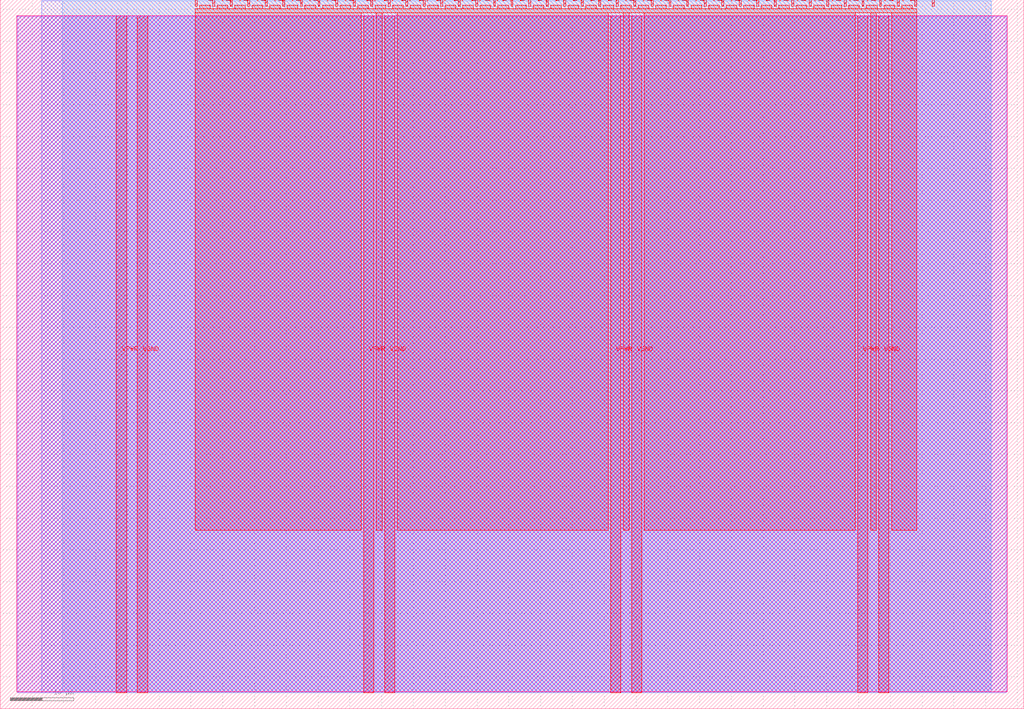
<source format=lef>
VERSION 5.7 ;
  NOWIREEXTENSIONATPIN ON ;
  DIVIDERCHAR "/" ;
  BUSBITCHARS "[]" ;
MACRO tt_um_nco
  CLASS BLOCK ;
  FOREIGN tt_um_nco ;
  ORIGIN 0.000 0.000 ;
  SIZE 161.000 BY 111.520 ;
  PIN VGND
    DIRECTION INOUT ;
    USE GROUND ;
    PORT
      LAYER met4 ;
        RECT 21.580 2.480 23.180 109.040 ;
    END
    PORT
      LAYER met4 ;
        RECT 60.450 2.480 62.050 109.040 ;
    END
    PORT
      LAYER met4 ;
        RECT 99.320 2.480 100.920 109.040 ;
    END
    PORT
      LAYER met4 ;
        RECT 138.190 2.480 139.790 109.040 ;
    END
  END VGND
  PIN VPWR
    DIRECTION INOUT ;
    USE POWER ;
    PORT
      LAYER met4 ;
        RECT 18.280 2.480 19.880 109.040 ;
    END
    PORT
      LAYER met4 ;
        RECT 57.150 2.480 58.750 109.040 ;
    END
    PORT
      LAYER met4 ;
        RECT 96.020 2.480 97.620 109.040 ;
    END
    PORT
      LAYER met4 ;
        RECT 134.890 2.480 136.490 109.040 ;
    END
  END VPWR
  PIN clk
    DIRECTION INPUT ;
    USE SIGNAL ;
    ANTENNAGATEAREA 0.852000 ;
    PORT
      LAYER met4 ;
        RECT 143.830 110.520 144.130 111.520 ;
    END
  END clk
  PIN ena
    DIRECTION INPUT ;
    USE SIGNAL ;
    PORT
      LAYER met4 ;
        RECT 146.590 110.520 146.890 111.520 ;
    END
  END ena
  PIN rst_n
    DIRECTION INPUT ;
    USE SIGNAL ;
    ANTENNAGATEAREA 0.213000 ;
    PORT
      LAYER met4 ;
        RECT 141.070 110.520 141.370 111.520 ;
    END
  END rst_n
  PIN ui_in[0]
    DIRECTION INPUT ;
    USE SIGNAL ;
    ANTENNAGATEAREA 0.196500 ;
    PORT
      LAYER met4 ;
        RECT 138.310 110.520 138.610 111.520 ;
    END
  END ui_in[0]
  PIN ui_in[1]
    DIRECTION INPUT ;
    USE SIGNAL ;
    ANTENNAGATEAREA 0.196500 ;
    PORT
      LAYER met4 ;
        RECT 135.550 110.520 135.850 111.520 ;
    END
  END ui_in[1]
  PIN ui_in[2]
    DIRECTION INPUT ;
    USE SIGNAL ;
    ANTENNAGATEAREA 0.213000 ;
    PORT
      LAYER met4 ;
        RECT 132.790 110.520 133.090 111.520 ;
    END
  END ui_in[2]
  PIN ui_in[3]
    DIRECTION INPUT ;
    USE SIGNAL ;
    PORT
      LAYER met4 ;
        RECT 130.030 110.520 130.330 111.520 ;
    END
  END ui_in[3]
  PIN ui_in[4]
    DIRECTION INPUT ;
    USE SIGNAL ;
    PORT
      LAYER met4 ;
        RECT 127.270 110.520 127.570 111.520 ;
    END
  END ui_in[4]
  PIN ui_in[5]
    DIRECTION INPUT ;
    USE SIGNAL ;
    PORT
      LAYER met4 ;
        RECT 124.510 110.520 124.810 111.520 ;
    END
  END ui_in[5]
  PIN ui_in[6]
    DIRECTION INPUT ;
    USE SIGNAL ;
    PORT
      LAYER met4 ;
        RECT 121.750 110.520 122.050 111.520 ;
    END
  END ui_in[6]
  PIN ui_in[7]
    DIRECTION INPUT ;
    USE SIGNAL ;
    PORT
      LAYER met4 ;
        RECT 118.990 110.520 119.290 111.520 ;
    END
  END ui_in[7]
  PIN uio_in[0]
    DIRECTION INPUT ;
    USE SIGNAL ;
    PORT
      LAYER met4 ;
        RECT 116.230 110.520 116.530 111.520 ;
    END
  END uio_in[0]
  PIN uio_in[1]
    DIRECTION INPUT ;
    USE SIGNAL ;
    PORT
      LAYER met4 ;
        RECT 113.470 110.520 113.770 111.520 ;
    END
  END uio_in[1]
  PIN uio_in[2]
    DIRECTION INPUT ;
    USE SIGNAL ;
    PORT
      LAYER met4 ;
        RECT 110.710 110.520 111.010 111.520 ;
    END
  END uio_in[2]
  PIN uio_in[3]
    DIRECTION INPUT ;
    USE SIGNAL ;
    PORT
      LAYER met4 ;
        RECT 107.950 110.520 108.250 111.520 ;
    END
  END uio_in[3]
  PIN uio_in[4]
    DIRECTION INPUT ;
    USE SIGNAL ;
    PORT
      LAYER met4 ;
        RECT 105.190 110.520 105.490 111.520 ;
    END
  END uio_in[4]
  PIN uio_in[5]
    DIRECTION INPUT ;
    USE SIGNAL ;
    PORT
      LAYER met4 ;
        RECT 102.430 110.520 102.730 111.520 ;
    END
  END uio_in[5]
  PIN uio_in[6]
    DIRECTION INPUT ;
    USE SIGNAL ;
    PORT
      LAYER met4 ;
        RECT 99.670 110.520 99.970 111.520 ;
    END
  END uio_in[6]
  PIN uio_in[7]
    DIRECTION INPUT ;
    USE SIGNAL ;
    PORT
      LAYER met4 ;
        RECT 96.910 110.520 97.210 111.520 ;
    END
  END uio_in[7]
  PIN uio_oe[0]
    DIRECTION OUTPUT ;
    USE SIGNAL ;
    PORT
      LAYER met4 ;
        RECT 49.990 110.520 50.290 111.520 ;
    END
  END uio_oe[0]
  PIN uio_oe[1]
    DIRECTION OUTPUT ;
    USE SIGNAL ;
    PORT
      LAYER met4 ;
        RECT 47.230 110.520 47.530 111.520 ;
    END
  END uio_oe[1]
  PIN uio_oe[2]
    DIRECTION OUTPUT ;
    USE SIGNAL ;
    PORT
      LAYER met4 ;
        RECT 44.470 110.520 44.770 111.520 ;
    END
  END uio_oe[2]
  PIN uio_oe[3]
    DIRECTION OUTPUT ;
    USE SIGNAL ;
    PORT
      LAYER met4 ;
        RECT 41.710 110.520 42.010 111.520 ;
    END
  END uio_oe[3]
  PIN uio_oe[4]
    DIRECTION OUTPUT ;
    USE SIGNAL ;
    PORT
      LAYER met4 ;
        RECT 38.950 110.520 39.250 111.520 ;
    END
  END uio_oe[4]
  PIN uio_oe[5]
    DIRECTION OUTPUT ;
    USE SIGNAL ;
    PORT
      LAYER met4 ;
        RECT 36.190 110.520 36.490 111.520 ;
    END
  END uio_oe[5]
  PIN uio_oe[6]
    DIRECTION OUTPUT ;
    USE SIGNAL ;
    PORT
      LAYER met4 ;
        RECT 33.430 110.520 33.730 111.520 ;
    END
  END uio_oe[6]
  PIN uio_oe[7]
    DIRECTION OUTPUT ;
    USE SIGNAL ;
    PORT
      LAYER met4 ;
        RECT 30.670 110.520 30.970 111.520 ;
    END
  END uio_oe[7]
  PIN uio_out[0]
    DIRECTION OUTPUT ;
    USE SIGNAL ;
    PORT
      LAYER met4 ;
        RECT 72.070 110.520 72.370 111.520 ;
    END
  END uio_out[0]
  PIN uio_out[1]
    DIRECTION OUTPUT ;
    USE SIGNAL ;
    PORT
      LAYER met4 ;
        RECT 69.310 110.520 69.610 111.520 ;
    END
  END uio_out[1]
  PIN uio_out[2]
    DIRECTION OUTPUT ;
    USE SIGNAL ;
    PORT
      LAYER met4 ;
        RECT 66.550 110.520 66.850 111.520 ;
    END
  END uio_out[2]
  PIN uio_out[3]
    DIRECTION OUTPUT ;
    USE SIGNAL ;
    PORT
      LAYER met4 ;
        RECT 63.790 110.520 64.090 111.520 ;
    END
  END uio_out[3]
  PIN uio_out[4]
    DIRECTION OUTPUT ;
    USE SIGNAL ;
    PORT
      LAYER met4 ;
        RECT 61.030 110.520 61.330 111.520 ;
    END
  END uio_out[4]
  PIN uio_out[5]
    DIRECTION OUTPUT ;
    USE SIGNAL ;
    PORT
      LAYER met4 ;
        RECT 58.270 110.520 58.570 111.520 ;
    END
  END uio_out[5]
  PIN uio_out[6]
    DIRECTION OUTPUT ;
    USE SIGNAL ;
    PORT
      LAYER met4 ;
        RECT 55.510 110.520 55.810 111.520 ;
    END
  END uio_out[6]
  PIN uio_out[7]
    DIRECTION OUTPUT ;
    USE SIGNAL ;
    PORT
      LAYER met4 ;
        RECT 52.750 110.520 53.050 111.520 ;
    END
  END uio_out[7]
  PIN uo_out[0]
    DIRECTION OUTPUT ;
    USE SIGNAL ;
    ANTENNADIFFAREA 0.891000 ;
    PORT
      LAYER met4 ;
        RECT 94.150 110.520 94.450 111.520 ;
    END
  END uo_out[0]
  PIN uo_out[1]
    DIRECTION OUTPUT ;
    USE SIGNAL ;
    ANTENNADIFFAREA 0.891000 ;
    PORT
      LAYER met4 ;
        RECT 91.390 110.520 91.690 111.520 ;
    END
  END uo_out[1]
  PIN uo_out[2]
    DIRECTION OUTPUT ;
    USE SIGNAL ;
    ANTENNADIFFAREA 0.891000 ;
    PORT
      LAYER met4 ;
        RECT 88.630 110.520 88.930 111.520 ;
    END
  END uo_out[2]
  PIN uo_out[3]
    DIRECTION OUTPUT ;
    USE SIGNAL ;
    ANTENNADIFFAREA 0.891000 ;
    PORT
      LAYER met4 ;
        RECT 85.870 110.520 86.170 111.520 ;
    END
  END uo_out[3]
  PIN uo_out[4]
    DIRECTION OUTPUT ;
    USE SIGNAL ;
    ANTENNADIFFAREA 0.891000 ;
    PORT
      LAYER met4 ;
        RECT 83.110 110.520 83.410 111.520 ;
    END
  END uo_out[4]
  PIN uo_out[5]
    DIRECTION OUTPUT ;
    USE SIGNAL ;
    ANTENNADIFFAREA 0.891000 ;
    PORT
      LAYER met4 ;
        RECT 80.350 110.520 80.650 111.520 ;
    END
  END uo_out[5]
  PIN uo_out[6]
    DIRECTION OUTPUT ;
    USE SIGNAL ;
    ANTENNADIFFAREA 0.891000 ;
    PORT
      LAYER met4 ;
        RECT 77.590 110.520 77.890 111.520 ;
    END
  END uo_out[6]
  PIN uo_out[7]
    DIRECTION OUTPUT ;
    USE SIGNAL ;
    ANTENNADIFFAREA 0.891000 ;
    PORT
      LAYER met4 ;
        RECT 74.830 110.520 75.130 111.520 ;
    END
  END uo_out[7]
  OBS
      LAYER nwell ;
        RECT 2.570 2.635 158.430 108.990 ;
      LAYER li1 ;
        RECT 2.760 2.635 158.240 108.885 ;
      LAYER met1 ;
        RECT 2.760 2.480 158.240 109.040 ;
      LAYER met2 ;
        RECT 6.540 2.535 155.850 111.365 ;
      LAYER met3 ;
        RECT 9.725 2.555 155.875 111.345 ;
      LAYER met4 ;
        RECT 31.370 110.120 33.030 110.665 ;
        RECT 34.130 110.120 35.790 110.665 ;
        RECT 36.890 110.120 38.550 110.665 ;
        RECT 39.650 110.120 41.310 110.665 ;
        RECT 42.410 110.120 44.070 110.665 ;
        RECT 45.170 110.120 46.830 110.665 ;
        RECT 47.930 110.120 49.590 110.665 ;
        RECT 50.690 110.120 52.350 110.665 ;
        RECT 53.450 110.120 55.110 110.665 ;
        RECT 56.210 110.120 57.870 110.665 ;
        RECT 58.970 110.120 60.630 110.665 ;
        RECT 61.730 110.120 63.390 110.665 ;
        RECT 64.490 110.120 66.150 110.665 ;
        RECT 67.250 110.120 68.910 110.665 ;
        RECT 70.010 110.120 71.670 110.665 ;
        RECT 72.770 110.120 74.430 110.665 ;
        RECT 75.530 110.120 77.190 110.665 ;
        RECT 78.290 110.120 79.950 110.665 ;
        RECT 81.050 110.120 82.710 110.665 ;
        RECT 83.810 110.120 85.470 110.665 ;
        RECT 86.570 110.120 88.230 110.665 ;
        RECT 89.330 110.120 90.990 110.665 ;
        RECT 92.090 110.120 93.750 110.665 ;
        RECT 94.850 110.120 96.510 110.665 ;
        RECT 97.610 110.120 99.270 110.665 ;
        RECT 100.370 110.120 102.030 110.665 ;
        RECT 103.130 110.120 104.790 110.665 ;
        RECT 105.890 110.120 107.550 110.665 ;
        RECT 108.650 110.120 110.310 110.665 ;
        RECT 111.410 110.120 113.070 110.665 ;
        RECT 114.170 110.120 115.830 110.665 ;
        RECT 116.930 110.120 118.590 110.665 ;
        RECT 119.690 110.120 121.350 110.665 ;
        RECT 122.450 110.120 124.110 110.665 ;
        RECT 125.210 110.120 126.870 110.665 ;
        RECT 127.970 110.120 129.630 110.665 ;
        RECT 130.730 110.120 132.390 110.665 ;
        RECT 133.490 110.120 135.150 110.665 ;
        RECT 136.250 110.120 137.910 110.665 ;
        RECT 139.010 110.120 140.670 110.665 ;
        RECT 141.770 110.120 143.430 110.665 ;
        RECT 30.655 109.440 144.145 110.120 ;
        RECT 30.655 28.055 56.750 109.440 ;
        RECT 59.150 28.055 60.050 109.440 ;
        RECT 62.450 28.055 95.620 109.440 ;
        RECT 98.020 28.055 98.920 109.440 ;
        RECT 101.320 28.055 134.490 109.440 ;
        RECT 136.890 28.055 137.790 109.440 ;
        RECT 140.190 28.055 144.145 109.440 ;
  END
END tt_um_nco
END LIBRARY


</source>
